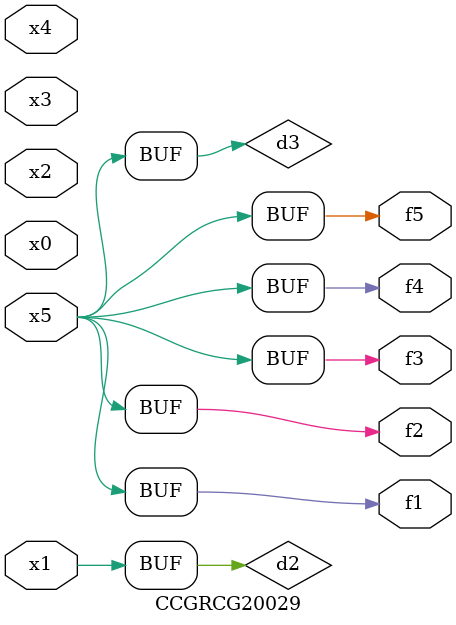
<source format=v>
module CCGRCG20029(
	input x0, x1, x2, x3, x4, x5,
	output f1, f2, f3, f4, f5
);

	wire d1, d2, d3;

	not (d1, x5);
	or (d2, x1);
	xnor (d3, d1);
	assign f1 = d3;
	assign f2 = d3;
	assign f3 = d3;
	assign f4 = d3;
	assign f5 = d3;
endmodule

</source>
